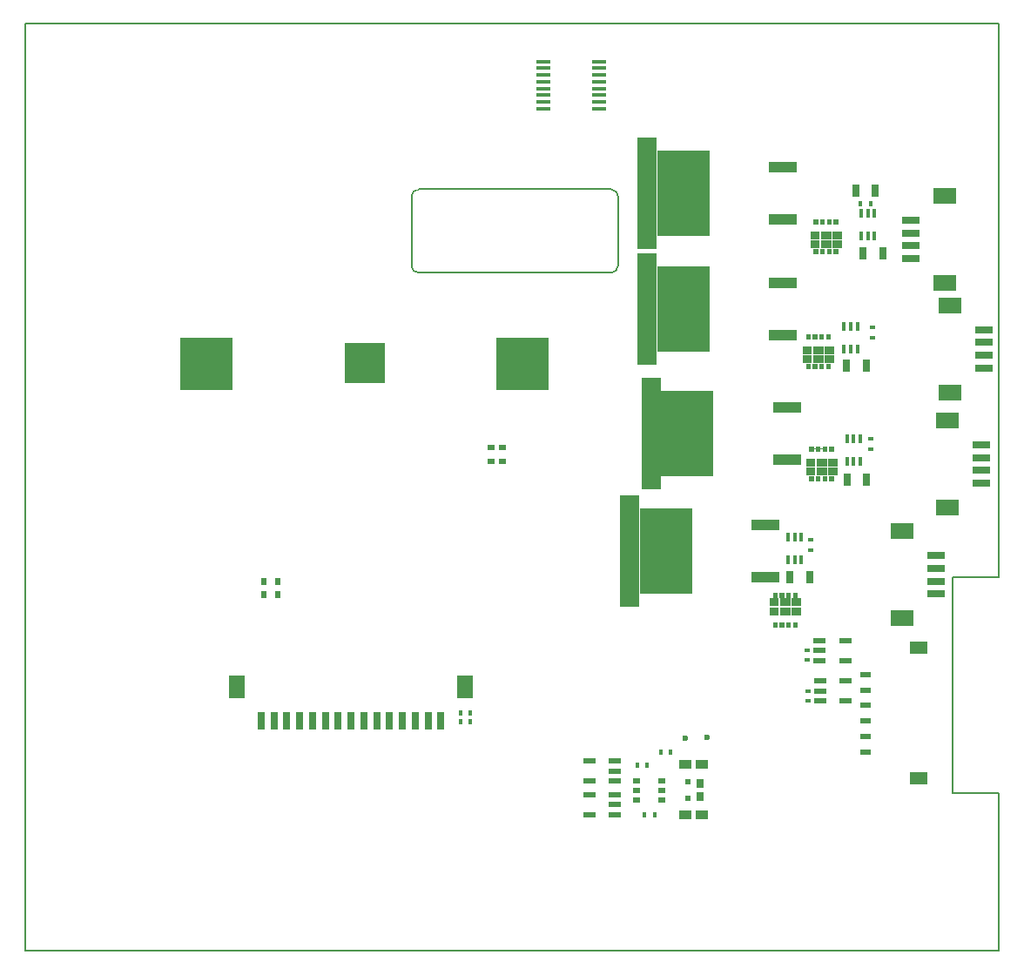
<source format=gbp>
G04*
G04 #@! TF.GenerationSoftware,Altium Limited,Altium Designer,18.1.9 (240)*
G04*
G04 Layer_Color=128*
%FSLAX44Y44*%
%MOMM*%
G71*
G01*
G75*
%ADD16C,0.1520*%
%ADD22R,0.8000X1.3000*%
%ADD25R,0.4500X0.6000*%
%ADD26R,0.4000X0.6000*%
%ADD27R,0.6000X0.8000*%
%ADD32R,0.6000X0.4000*%
%ADD33R,0.7000X1.8000*%
%ADD34R,1.6000X2.2000*%
%ADD38C,0.6000*%
%ADD40R,0.8000X0.6000*%
%ADD41R,0.6000X0.4500*%
%ADD51R,0.7000X1.3000*%
%ADD67R,1.8000X0.7000*%
%ADD68R,2.2000X1.6000*%
%ADD69R,1.2200X0.6000*%
%ADD163R,5.0800X5.0800*%
%ADD164R,3.9600X3.9600*%
%ADD165R,0.3500X0.8500*%
%ADD166R,2.8000X1.0500*%
%ADD167R,5.0800X8.3300*%
%ADD168R,1.9100X10.8000*%
%ADD169R,1.0000X0.6000*%
%ADD170R,1.8000X1.2500*%
%ADD171R,1.2100X0.5900*%
%ADD172R,1.4000X0.3500*%
%ADD173R,0.5500X0.5500*%
%ADD174R,0.7500X0.9000*%
%ADD175R,1.2500X0.9000*%
%ADD176R,0.8000X0.5500*%
%ADD193R,1.3000X0.0600*%
G36*
X754380Y326390D02*
X745490D01*
Y334010D01*
X754380D01*
Y326390D01*
D02*
G37*
G36*
X744220D02*
X734060D01*
Y334010D01*
X744220D01*
Y326390D01*
D02*
G37*
G36*
X732790D02*
X723900D01*
Y334010D01*
X732790D01*
Y326390D01*
D02*
G37*
G36*
X751140Y314220D02*
X746640D01*
Y319320D01*
X751140D01*
Y314220D01*
D02*
G37*
G36*
X744640D02*
X740140D01*
Y319320D01*
X744640D01*
Y314220D01*
D02*
G37*
G36*
X738140D02*
X733640D01*
Y319320D01*
X738140D01*
Y314220D01*
D02*
G37*
G36*
X731640D02*
X727140D01*
Y319320D01*
X731640D01*
Y314220D01*
D02*
G37*
G36*
X751140Y343620D02*
X746640D01*
Y348720D01*
X751140D01*
Y343620D01*
D02*
G37*
G36*
X744640D02*
X740140D01*
Y348720D01*
X744640D01*
Y343620D01*
D02*
G37*
G36*
X738140D02*
X733640D01*
Y348720D01*
X738140D01*
Y343620D01*
D02*
G37*
G36*
X731640D02*
X727140D01*
Y348720D01*
X731640D01*
Y343620D01*
D02*
G37*
G36*
X754380Y335280D02*
X745490D01*
Y342900D01*
X754380D01*
Y335280D01*
D02*
G37*
G36*
X744220D02*
X734060D01*
Y342900D01*
X744220D01*
Y335280D01*
D02*
G37*
G36*
X732790D02*
X723900D01*
Y342900D01*
X732790D01*
Y335280D01*
D02*
G37*
G36*
X789666Y462280D02*
X780776D01*
Y469900D01*
X789666D01*
Y462280D01*
D02*
G37*
G36*
X779506D02*
X769346D01*
Y469900D01*
X779506D01*
Y462280D01*
D02*
G37*
G36*
X768076D02*
X759186D01*
Y469900D01*
X768076D01*
Y462280D01*
D02*
G37*
G36*
X786426Y456460D02*
X781926D01*
Y461560D01*
X786426D01*
Y456460D01*
D02*
G37*
G36*
X779926D02*
X775426D01*
Y461560D01*
X779926D01*
Y456460D01*
D02*
G37*
G36*
X773426D02*
X768926D01*
Y461560D01*
X773426D01*
Y456460D01*
D02*
G37*
G36*
X766926D02*
X762426D01*
Y461560D01*
X766926D01*
Y456460D01*
D02*
G37*
G36*
X786426Y485860D02*
X781926D01*
Y490960D01*
X786426D01*
Y485860D01*
D02*
G37*
G36*
X779926D02*
X775426D01*
Y490960D01*
X779926D01*
Y485860D01*
D02*
G37*
G36*
X773426D02*
X768926D01*
Y490960D01*
X773426D01*
Y485860D01*
D02*
G37*
G36*
X766926D02*
X762426D01*
Y490960D01*
X766926D01*
Y485860D01*
D02*
G37*
G36*
X789666Y471170D02*
X780776D01*
Y478790D01*
X789666D01*
Y471170D01*
D02*
G37*
G36*
X779506D02*
X769346D01*
Y478790D01*
X779506D01*
Y471170D01*
D02*
G37*
G36*
X768076D02*
X759186D01*
Y478790D01*
X768076D01*
Y471170D01*
D02*
G37*
G36*
X786416Y571500D02*
X777526D01*
Y579120D01*
X786416D01*
Y571500D01*
D02*
G37*
G36*
X776256D02*
X766096D01*
Y579120D01*
X776256D01*
Y571500D01*
D02*
G37*
G36*
X764826D02*
X755936D01*
Y579120D01*
X764826D01*
Y571500D01*
D02*
G37*
G36*
X783176Y565680D02*
X778676D01*
Y570780D01*
X783176D01*
Y565680D01*
D02*
G37*
G36*
X776676D02*
X772176D01*
Y570780D01*
X776676D01*
Y565680D01*
D02*
G37*
G36*
X770176D02*
X765676D01*
Y570780D01*
X770176D01*
Y565680D01*
D02*
G37*
G36*
X763676D02*
X759176D01*
Y570780D01*
X763676D01*
Y565680D01*
D02*
G37*
G36*
X783176Y595080D02*
X778676D01*
Y600180D01*
X783176D01*
Y595080D01*
D02*
G37*
G36*
X776676D02*
X772176D01*
Y600180D01*
X776676D01*
Y595080D01*
D02*
G37*
G36*
X770176D02*
X765676D01*
Y600180D01*
X770176D01*
Y595080D01*
D02*
G37*
G36*
X763676D02*
X759176D01*
Y600180D01*
X763676D01*
Y595080D01*
D02*
G37*
G36*
X786416Y580390D02*
X777526D01*
Y588010D01*
X786416D01*
Y580390D01*
D02*
G37*
G36*
X776256D02*
X766096D01*
Y588010D01*
X776256D01*
Y580390D01*
D02*
G37*
G36*
X764826D02*
X755936D01*
Y588010D01*
X764826D01*
Y580390D01*
D02*
G37*
G36*
X793915Y683260D02*
X785025D01*
Y690880D01*
X793915D01*
Y683260D01*
D02*
G37*
G36*
X783755D02*
X773595D01*
Y690880D01*
X783755D01*
Y683260D01*
D02*
G37*
G36*
X772325D02*
X763435D01*
Y690880D01*
X772325D01*
Y683260D01*
D02*
G37*
G36*
X790675Y677440D02*
X786175D01*
Y682540D01*
X790675D01*
Y677440D01*
D02*
G37*
G36*
X784175D02*
X779675D01*
Y682540D01*
X784175D01*
Y677440D01*
D02*
G37*
G36*
X777675D02*
X773175D01*
Y682540D01*
X777675D01*
Y677440D01*
D02*
G37*
G36*
X771175D02*
X766675D01*
Y682540D01*
X771175D01*
Y677440D01*
D02*
G37*
G36*
X790675Y706840D02*
X786175D01*
Y711940D01*
X790675D01*
Y706840D01*
D02*
G37*
G36*
X784175D02*
X779675D01*
Y711940D01*
X784175D01*
Y706840D01*
D02*
G37*
G36*
X777675D02*
X773175D01*
Y711940D01*
X777675D01*
Y706840D01*
D02*
G37*
G36*
X771175D02*
X766675D01*
Y711940D01*
X771175D01*
Y706840D01*
D02*
G37*
G36*
X793915Y692150D02*
X785025D01*
Y699770D01*
X793915D01*
Y692150D01*
D02*
G37*
G36*
X783755D02*
X773595D01*
Y699770D01*
X783755D01*
Y692150D01*
D02*
G37*
G36*
X772325D02*
X763435D01*
Y699770D01*
X772325D01*
Y692150D01*
D02*
G37*
D16*
X576580Y733724D02*
G03*
X569484Y740820I-7096J0D01*
G01*
X382680Y740820D02*
G03*
X375604Y733744I-0J-7076D01*
G01*
X375604Y666558D02*
G03*
X382642Y659520I7038J0D01*
G01*
X569299Y659520D02*
G03*
X576580Y666801I0J7281D01*
G01*
X382680Y740820D02*
X569484Y740820D01*
X375604Y733744D02*
X375604Y666558D01*
X382642Y659520D02*
X569299Y659520D01*
X576580Y666801D02*
X576580Y733724D01*
X946658Y363220D02*
Y901700D01*
X0D02*
X946658D01*
X0Y0D02*
Y901700D01*
Y0D02*
X946658D01*
Y153670D01*
X901700D02*
X946658D01*
X901700D02*
Y363220D01*
X946658D01*
D22*
X807637Y739140D02*
D03*
X826637D02*
D03*
D25*
X612060Y132740D02*
D03*
X602060D02*
D03*
X822440Y726440D02*
D03*
X812440D02*
D03*
D26*
X432364Y231140D02*
D03*
X423364D02*
D03*
Y223018D02*
D03*
X432364D02*
D03*
X618451Y193040D02*
D03*
X627452D02*
D03*
X604369Y180340D02*
D03*
X595369D02*
D03*
D27*
X231760Y346964D02*
D03*
X245760D02*
D03*
X231760Y359710D02*
D03*
X245760D02*
D03*
D32*
X761238Y243658D02*
D03*
Y252658D02*
D03*
X760730Y283303D02*
D03*
Y292303D02*
D03*
D33*
X404364Y224000D02*
D03*
X391864D02*
D03*
X366864D02*
D03*
X379364D02*
D03*
X329364D02*
D03*
X316864D02*
D03*
X341864D02*
D03*
X354364D02*
D03*
X291864D02*
D03*
X304364D02*
D03*
X241864D02*
D03*
X229364D02*
D03*
X279364D02*
D03*
X254364D02*
D03*
X266864D02*
D03*
D34*
X427864Y257000D02*
D03*
X205864D02*
D03*
D38*
X641800Y207200D02*
D03*
X663100Y208100D02*
D03*
D40*
X453000Y490059D02*
D03*
Y476059D02*
D03*
X464258Y490059D02*
D03*
Y476059D02*
D03*
D41*
X763539Y400144D02*
D03*
Y390144D02*
D03*
X821999Y498251D02*
D03*
Y488251D02*
D03*
X823663Y606622D02*
D03*
Y596622D02*
D03*
D51*
X743864Y363220D02*
D03*
X762864D02*
D03*
X799384Y458678D02*
D03*
X818384D02*
D03*
X814984Y678180D02*
D03*
X833984D02*
D03*
X798736Y568960D02*
D03*
X817736D02*
D03*
D67*
X885698Y359710D02*
D03*
Y347210D02*
D03*
Y372210D02*
D03*
Y384710D02*
D03*
X929640Y467360D02*
D03*
Y454860D02*
D03*
Y479860D02*
D03*
Y492360D02*
D03*
X932180Y579320D02*
D03*
Y566820D02*
D03*
Y591820D02*
D03*
Y604320D02*
D03*
X860806Y698300D02*
D03*
Y710800D02*
D03*
Y685800D02*
D03*
Y673300D02*
D03*
D68*
X852698Y408210D02*
D03*
Y323710D02*
D03*
X896640Y515860D02*
D03*
Y431360D02*
D03*
X899180Y627820D02*
D03*
Y543320D02*
D03*
X893806Y649800D02*
D03*
Y734300D02*
D03*
D69*
X548504Y151740D02*
D03*
Y132740D02*
D03*
X573404D02*
D03*
Y142240D02*
D03*
Y151740D02*
D03*
X548504Y184680D02*
D03*
Y165680D02*
D03*
X573404D02*
D03*
Y175180D02*
D03*
Y184680D02*
D03*
D163*
X483850Y570990D02*
D03*
X176550D02*
D03*
D164*
X330200Y571500D02*
D03*
D165*
X812904Y717120D02*
D03*
X819404D02*
D03*
X825904D02*
D03*
Y695120D02*
D03*
X819404D02*
D03*
X812904D02*
D03*
X741764Y380732D02*
D03*
X748264D02*
D03*
X754764D02*
D03*
Y402732D02*
D03*
X748264D02*
D03*
X741764D02*
D03*
X799084Y476331D02*
D03*
X805584D02*
D03*
X812084D02*
D03*
Y498331D02*
D03*
X805584D02*
D03*
X799084D02*
D03*
X796296Y585210D02*
D03*
X802796D02*
D03*
X809296D02*
D03*
Y607210D02*
D03*
X802796D02*
D03*
X796296D02*
D03*
D166*
X720152Y414020D02*
D03*
Y363220D02*
D03*
X737104Y711200D02*
D03*
Y762000D02*
D03*
Y599368D02*
D03*
Y650168D02*
D03*
X740664Y477709D02*
D03*
Y528509D02*
D03*
D167*
X622952Y388620D02*
D03*
X639904Y736600D02*
D03*
Y624768D02*
D03*
X643464Y503109D02*
D03*
D168*
X588002Y388620D02*
D03*
X604954Y736600D02*
D03*
Y624768D02*
D03*
X608514Y503109D02*
D03*
D169*
X816872Y268760D02*
D03*
Y253760D02*
D03*
Y238760D02*
D03*
Y223760D02*
D03*
Y193760D02*
D03*
Y208760D02*
D03*
D170*
X868772Y294810D02*
D03*
Y167710D02*
D03*
D171*
X797788Y243460D02*
D03*
Y262460D02*
D03*
X772688D02*
D03*
Y252960D02*
D03*
Y243460D02*
D03*
X797468Y282620D02*
D03*
Y301620D02*
D03*
X772368D02*
D03*
Y292120D02*
D03*
Y282620D02*
D03*
D172*
X557744Y864983D02*
D03*
Y858483D02*
D03*
Y851983D02*
D03*
Y845483D02*
D03*
Y838983D02*
D03*
Y832483D02*
D03*
Y825983D02*
D03*
Y819483D02*
D03*
X503744Y864983D02*
D03*
Y858483D02*
D03*
Y851983D02*
D03*
Y845483D02*
D03*
Y838983D02*
D03*
Y832483D02*
D03*
Y825983D02*
D03*
Y819483D02*
D03*
D173*
X644001Y164630D02*
D03*
Y148630D02*
D03*
D174*
X656002Y162880D02*
D03*
Y150380D02*
D03*
D175*
X641751Y181180D02*
D03*
X658251D02*
D03*
X641751Y132080D02*
D03*
X658251D02*
D03*
D176*
X618781Y156108D02*
D03*
Y165608D02*
D03*
Y146608D02*
D03*
X594781D02*
D03*
Y165608D02*
D03*
Y156108D02*
D03*
D193*
X771176Y488410D02*
D03*
M02*

</source>
